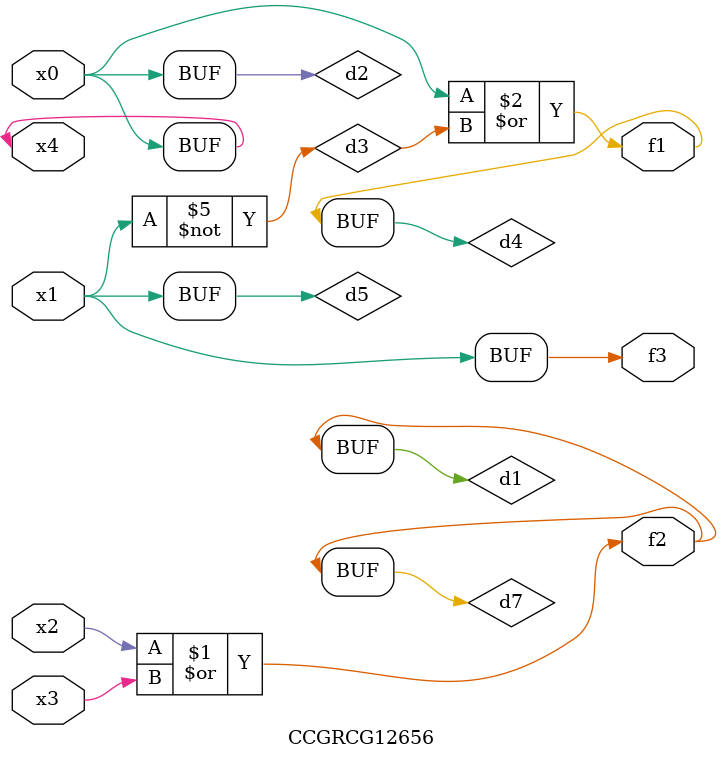
<source format=v>
module CCGRCG12656(
	input x0, x1, x2, x3, x4,
	output f1, f2, f3
);

	wire d1, d2, d3, d4, d5, d6, d7;

	or (d1, x2, x3);
	buf (d2, x0, x4);
	not (d3, x1);
	or (d4, d2, d3);
	not (d5, d3);
	nand (d6, d1, d3);
	or (d7, d1);
	assign f1 = d4;
	assign f2 = d7;
	assign f3 = d5;
endmodule

</source>
